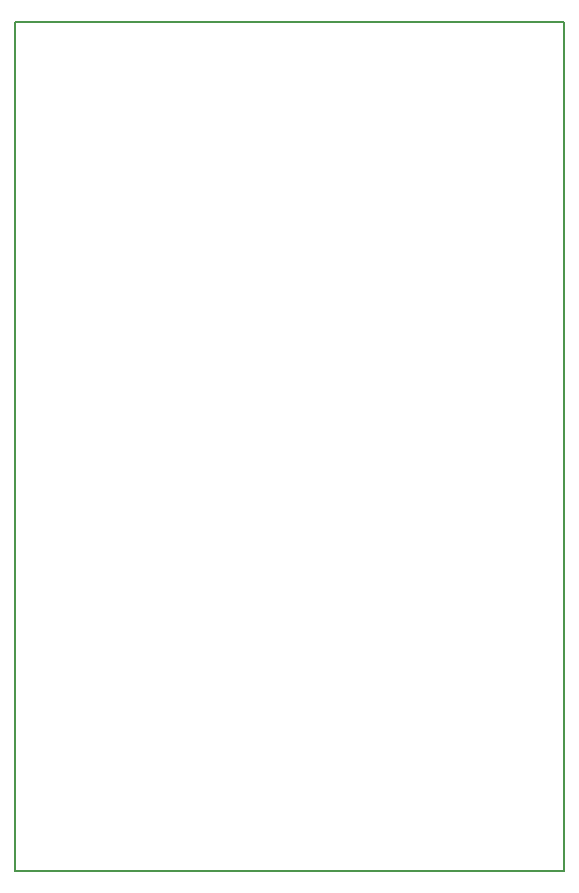
<source format=gbr>
%TF.GenerationSoftware,KiCad,Pcbnew,8.0.2-1*%
%TF.CreationDate,2024-10-23T15:46:43-04:00*%
%TF.ProjectId,Airbrake_ComputeBoard,41697262-7261-46b6-955f-436f6d707574,rev?*%
%TF.SameCoordinates,Original*%
%TF.FileFunction,Profile,NP*%
%FSLAX46Y46*%
G04 Gerber Fmt 4.6, Leading zero omitted, Abs format (unit mm)*
G04 Created by KiCad (PCBNEW 8.0.2-1) date 2024-10-23 15:46:43*
%MOMM*%
%LPD*%
G01*
G04 APERTURE LIST*
%TA.AperFunction,Profile*%
%ADD10C,0.200000*%
%TD*%
G04 APERTURE END LIST*
D10*
X135000000Y-63698000D02*
X181500000Y-63698000D01*
X181500000Y-135500000D01*
X135000000Y-135500000D01*
X135000000Y-63698000D01*
M02*

</source>
